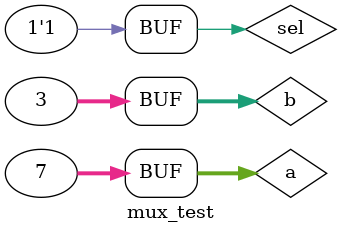
<source format=v>
module Mux32bit(a, b, out,
sel);
   
   input [31:0]a;
   input[31:0]b;
   input sel;
   output [31:0]out;
  // initial
  // begin
   //  out = 0;
  // end
  
   assign out = sel ? b : a;
endmodule

module mux_test();
  reg [31:0] a;
  reg [31:0] b;
  reg sel;
  wire [31:0]out;
  Mux32bit mux(.a(a),.b(b),.out(out),.sel(sel));
  
  initial
  begin
  a=4'd7;
  b=4'd3;
  sel=1'd1;
  #500 sel = 1'd0;
  #100 sel=1'd1;
end
  
endmodule
</source>
